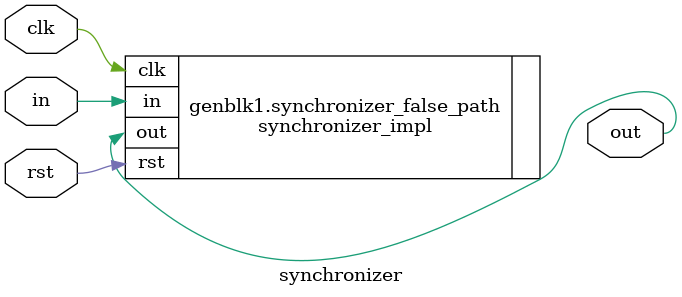
<source format=v>

module synchronizer #(
   parameter WIDTH            = 1,
   parameter STAGES           = 2,
   parameter INITIAL_VAL      = 0,
   parameter FALSE_PATH_TO_IN = 1
)(
   input              clk,
   input              rst,
   input  [WIDTH-1:0] in,
   output [WIDTH-1:0] out
);

   generate if (FALSE_PATH_TO_IN == 1) begin
      synchronizer_impl #(
        .WIDTH(WIDTH), .STAGES(STAGES), .INITIAL_VAL(INITIAL_VAL)
      ) synchronizer_false_path (
         .clk(clk), .rst(rst), .in(in), .out(out)
      );
   end else begin
      synchronizer_impl #(
        .WIDTH(WIDTH), .STAGES(STAGES), .INITIAL_VAL(INITIAL_VAL)
      ) synchronizer_constrained (
         .clk(clk), .rst(rst), .in(in), .out(out)
      );
   end endgenerate

endmodule   //synchronizer

</source>
